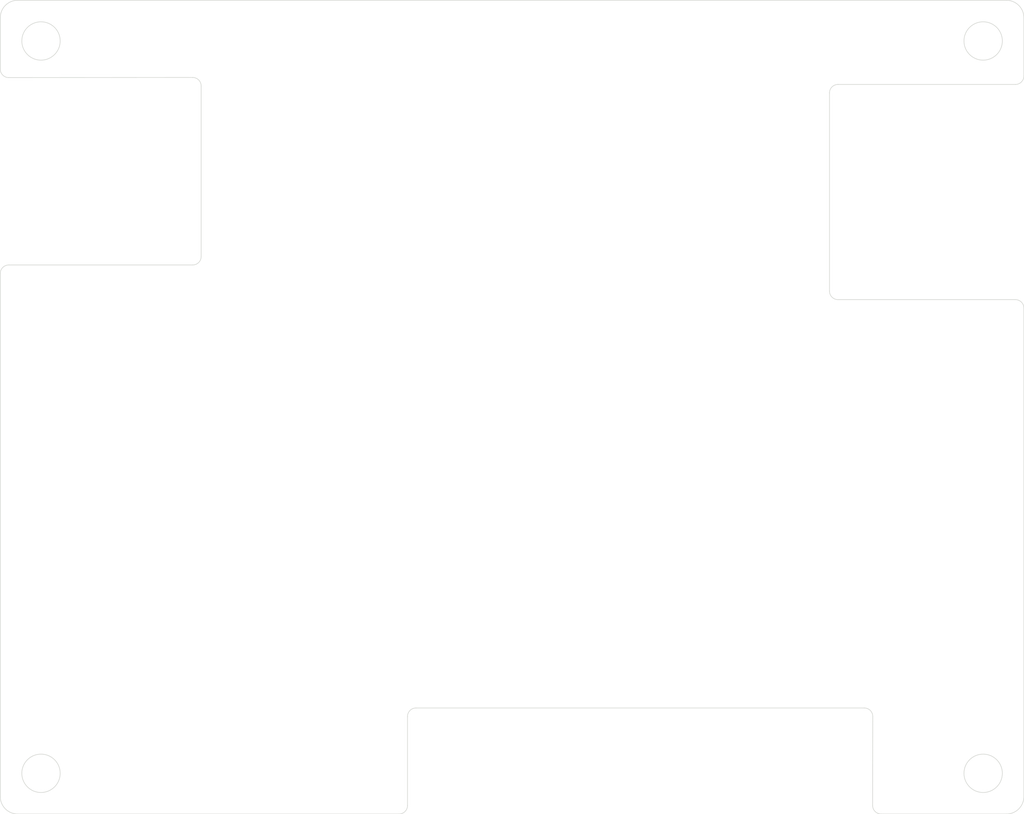
<source format=kicad_pcb>
(kicad_pcb (version 20171130) (host pcbnew "(5.0.0)")

  (general
    (thickness 1.6)
    (drawings 36)
    (tracks 0)
    (zones 0)
    (modules 0)
    (nets 1)
  )

  (page A4)
  (layers
    (0 F.Cu signal)
    (31 B.Cu signal)
    (32 B.Adhes user)
    (33 F.Adhes user)
    (34 B.Paste user)
    (35 F.Paste user)
    (36 B.SilkS user)
    (37 F.SilkS user)
    (38 B.Mask user)
    (39 F.Mask user)
    (40 Dwgs.User user)
    (41 Cmts.User user)
    (42 Eco1.User user)
    (43 Eco2.User user)
    (44 Edge.Cuts user)
    (45 Margin user)
    (46 B.CrtYd user)
    (47 F.CrtYd user)
    (48 B.Fab user)
    (49 F.Fab user)
  )

  (setup
    (last_trace_width 0.25)
    (trace_clearance 0.2)
    (zone_clearance 0.508)
    (zone_45_only no)
    (trace_min 0.2)
    (segment_width 0.2)
    (edge_width 0.05)
    (via_size 0.8)
    (via_drill 0.4)
    (via_min_size 0.4)
    (via_min_drill 0.3)
    (uvia_size 0.3)
    (uvia_drill 0.1)
    (uvias_allowed no)
    (uvia_min_size 0.2)
    (uvia_min_drill 0.1)
    (pcb_text_width 0.3)
    (pcb_text_size 1.5 1.5)
    (mod_edge_width 0.12)
    (mod_text_size 1 1)
    (mod_text_width 0.15)
    (pad_size 1.524 1.524)
    (pad_drill 0.762)
    (pad_to_mask_clearance 0.051)
    (solder_mask_min_width 0.25)
    (aux_axis_origin 0 0)
    (grid_origin 181.9 122)
    (visible_elements 7FFFFFFF)
    (pcbplotparams
      (layerselection 0x010fc_ffffffff)
      (usegerberextensions false)
      (usegerberattributes false)
      (usegerberadvancedattributes false)
      (creategerberjobfile false)
      (excludeedgelayer true)
      (linewidth 0.100000)
      (plotframeref false)
      (viasonmask false)
      (mode 1)
      (useauxorigin false)
      (hpglpennumber 1)
      (hpglpenspeed 20)
      (hpglpendiameter 15.000000)
      (psnegative false)
      (psa4output false)
      (plotreference true)
      (plotvalue true)
      (plotinvisibletext false)
      (padsonsilk false)
      (subtractmaskfromsilk false)
      (outputformat 1)
      (mirror false)
      (drillshape 1)
      (scaleselection 1)
      (outputdirectory ""))
  )

  (net 0 "")

  (net_class Default "This is the default net class."
    (clearance 0.2)
    (trace_width 0.25)
    (via_dia 0.8)
    (via_drill 0.4)
    (uvia_dia 0.3)
    (uvia_drill 0.1)
  )

  (gr_line (start 185.39 62.03) (end 185.39 57.02) (angle 90) (layer Edge.Cuts) (width 0.05))
  (gr_line (start 169.41 81.27) (end 184.66 81.27) (angle 90) (layer Edge.Cuts) (width 0.05))
  (gr_line (start 168.68 63.49) (end 168.68 80.54) (angle 90) (layer Edge.Cuts) (width 0.05))
  (gr_line (start 184.66 62.76) (end 169.41 62.76) (angle 90) (layer Edge.Cuts) (width 0.05))
  (gr_line (start 183.89 125.52) (end 173.12 125.52) (angle 90) (layer Edge.Cuts) (width 0.05))
  (gr_line (start 172.4 117.13) (end 172.39 124.79) (angle 90) (layer Edge.Cuts) (width 0.05))
  (gr_line (start 133.13 116.4) (end 171.67 116.4) (angle 90) (layer Edge.Cuts) (width 0.05))
  (gr_line (start 132.4 124.79) (end 132.4 117.13) (angle 90) (layer Edge.Cuts) (width 0.05))
  (gr_line (start 97.39 124.02) (end 97.39 79.02) (angle 90) (layer Edge.Cuts) (width 0.05))
  (gr_line (start 97.39 57.02) (end 97.39 61.44) (angle 90) (layer Edge.Cuts) (width 0.05))
  (gr_line (start 113.93 78.29) (end 98.12 78.29) (angle 90) (layer Edge.Cuts) (width 0.05))
  (gr_line (start 114.66 62.89) (end 114.66 77.56) (angle 90) (layer Edge.Cuts) (width 0.05))
  (gr_line (start 98.12 62.17) (end 113.93 62.16) (angle 90) (layer Edge.Cuts) (width 0.05))
  (gr_line (start 131.67 125.52) (end 98.89 125.52) (angle 90) (layer Edge.Cuts) (width 0.05))
  (gr_line (start 98.89 55.52) (end 183.89 55.52) (angle 90) (layer Edge.Cuts) (width 0.05))
  (gr_line (start 185.39 82) (end 185.39 124.02) (angle 90) (layer Edge.Cuts) (width 0.05))
  (gr_arc (start 98.12 79.02) (end 98.12 78.29) (angle -90) (layer Edge.Cuts) (width 0.05))
  (gr_arc (start 113.93 77.56) (end 113.93 78.29) (angle -90) (layer Edge.Cuts) (width 0.05))
  (gr_arc (start 98.12 61.44) (end 97.39 61.44) (angle -90) (layer Edge.Cuts) (width 0.05))
  (gr_arc (start 113.93 62.89) (end 114.66 62.89) (angle -90) (layer Edge.Cuts) (width 0.05))
  (gr_arc (start 169.41 80.54) (end 168.68 80.54) (angle -90) (layer Edge.Cuts) (width 0.05))
  (gr_arc (start 184.66 82) (end 185.39 82) (angle -90) (layer Edge.Cuts) (width 0.05))
  (gr_arc (start 184.66 62.03) (end 184.66 62.76) (angle -90) (layer Edge.Cuts) (width 0.05))
  (gr_arc (start 169.41 63.49) (end 169.41 62.76) (angle -90) (layer Edge.Cuts) (width 0.05))
  (gr_arc (start 171.67 117.13) (end 172.4 117.13) (angle -90) (layer Edge.Cuts) (width 0.05))
  (gr_arc (start 133.13 117.13) (end 133.13 116.4) (angle -90) (layer Edge.Cuts) (width 0.05))
  (gr_arc (start 173.12 124.79) (end 172.39 124.79) (angle -90) (layer Edge.Cuts) (width 0.05))
  (gr_arc (start 131.67 124.79) (end 131.67 125.52) (angle -90) (layer Edge.Cuts) (width 0.05))
  (gr_arc (start 98.89 124.02) (end 97.39 124.02) (angle -90) (layer Edge.Cuts) (width 0.05))
  (gr_arc (start 98.89 57.02) (end 98.89 55.52) (angle -90) (layer Edge.Cuts) (width 0.05))
  (gr_arc (start 183.89 57.02) (end 185.39 57.02) (angle -90) (layer Edge.Cuts) (width 0.05))
  (gr_arc (start 183.89 124.02) (end 183.89 125.52) (angle -90) (layer Edge.Cuts) (width 0.05))
  (gr_circle (center 100.89 59.02) (end 99.24 59.02) (layer Edge.Cuts) (width 0.05))
  (gr_circle (center 181.89 59.02) (end 180.24 59.02) (layer Edge.Cuts) (width 0.05))
  (gr_circle (center 100.89 122.02) (end 99.24 122.02) (layer Edge.Cuts) (width 0.05))
  (gr_circle (center 181.89 122.02) (end 183.54 122.02) (layer Edge.Cuts) (width 0.05))

)

</source>
